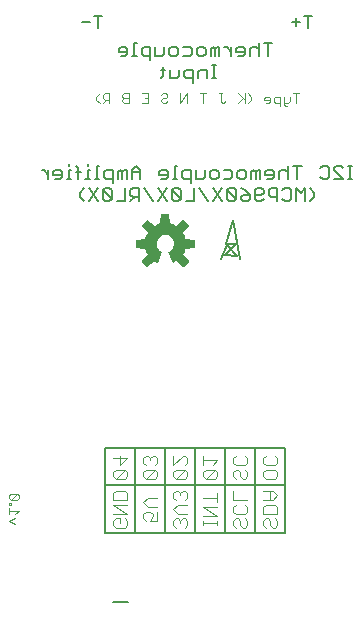
<source format=gbr>
G04 EAGLE Gerber RS-274X export*
G75*
%MOMM*%
%FSLAX34Y34*%
%LPD*%
%INGBO*%
%IPPOS*%
%AMOC8*
5,1,8,0,0,1.08239X$1,22.5*%
G01*
%ADD10C,0.152400*%
%ADD11C,0.101600*%
%ADD12C,0.203200*%
%ADD13C,0.127000*%

G36*
X-9975Y-63250D02*
X-9975Y-63250D01*
X-9919Y-63250D01*
X-9891Y-63235D01*
X-9859Y-63230D01*
X-9800Y-63190D01*
X-9765Y-63172D01*
X-9755Y-63160D01*
X-9739Y-63149D01*
X-5431Y-58841D01*
X-5414Y-58814D01*
X-5390Y-58793D01*
X-5369Y-58741D01*
X-5340Y-58694D01*
X-5337Y-58662D01*
X-5325Y-58632D01*
X-5329Y-58577D01*
X-5323Y-58521D01*
X-5335Y-58491D01*
X-5337Y-58459D01*
X-5371Y-58396D01*
X-5385Y-58359D01*
X-5396Y-58349D01*
X-5405Y-58332D01*
X-10372Y-52241D01*
X-9183Y-49931D01*
X-9176Y-49905D01*
X-9159Y-49873D01*
X-8367Y-47399D01*
X-548Y-46605D01*
X-517Y-46595D01*
X-485Y-46594D01*
X-436Y-46567D01*
X-384Y-46549D01*
X-361Y-46526D01*
X-333Y-46511D01*
X-301Y-46465D01*
X-262Y-46426D01*
X-252Y-46395D01*
X-233Y-46369D01*
X-220Y-46299D01*
X-207Y-46261D01*
X-209Y-46246D01*
X-206Y-46227D01*
X-206Y-40133D01*
X-213Y-40102D01*
X-211Y-40070D01*
X-233Y-40019D01*
X-245Y-39964D01*
X-266Y-39940D01*
X-278Y-39910D01*
X-320Y-39874D01*
X-355Y-39831D01*
X-385Y-39818D01*
X-409Y-39797D01*
X-478Y-39776D01*
X-514Y-39760D01*
X-529Y-39760D01*
X-548Y-39755D01*
X-8367Y-38961D01*
X-9159Y-36487D01*
X-9172Y-36464D01*
X-9183Y-36429D01*
X-10372Y-34119D01*
X-5405Y-28028D01*
X-5391Y-28000D01*
X-5370Y-27976D01*
X-5354Y-27923D01*
X-5329Y-27873D01*
X-5329Y-27841D01*
X-5320Y-27810D01*
X-5330Y-27755D01*
X-5330Y-27699D01*
X-5345Y-27671D01*
X-5350Y-27639D01*
X-5390Y-27580D01*
X-5408Y-27545D01*
X-5420Y-27535D01*
X-5431Y-27519D01*
X-9739Y-23211D01*
X-9766Y-23194D01*
X-9787Y-23170D01*
X-9839Y-23149D01*
X-9886Y-23120D01*
X-9918Y-23117D01*
X-9948Y-23105D01*
X-10003Y-23109D01*
X-10059Y-23103D01*
X-10089Y-23115D01*
X-10121Y-23117D01*
X-10184Y-23151D01*
X-10221Y-23165D01*
X-10231Y-23176D01*
X-10248Y-23185D01*
X-16339Y-28152D01*
X-18649Y-26963D01*
X-18675Y-26956D01*
X-18707Y-26939D01*
X-21181Y-26147D01*
X-21975Y-18328D01*
X-21983Y-18302D01*
X-21984Y-18290D01*
X-21986Y-18287D01*
X-21986Y-18265D01*
X-22013Y-18216D01*
X-22031Y-18164D01*
X-22054Y-18141D01*
X-22069Y-18113D01*
X-22115Y-18081D01*
X-22154Y-18042D01*
X-22185Y-18032D01*
X-22211Y-18013D01*
X-22281Y-18000D01*
X-22319Y-17987D01*
X-22334Y-17989D01*
X-22353Y-17986D01*
X-28447Y-17986D01*
X-28478Y-17993D01*
X-28510Y-17991D01*
X-28561Y-18013D01*
X-28616Y-18025D01*
X-28640Y-18046D01*
X-28670Y-18058D01*
X-28706Y-18100D01*
X-28749Y-18135D01*
X-28762Y-18165D01*
X-28783Y-18189D01*
X-28804Y-18258D01*
X-28820Y-18294D01*
X-28820Y-18309D01*
X-28822Y-18316D01*
X-28823Y-18318D01*
X-28823Y-18319D01*
X-28825Y-18328D01*
X-29619Y-26147D01*
X-32093Y-26939D01*
X-32116Y-26952D01*
X-32151Y-26963D01*
X-34461Y-28152D01*
X-40552Y-23185D01*
X-40580Y-23171D01*
X-40604Y-23150D01*
X-40657Y-23134D01*
X-40707Y-23109D01*
X-40739Y-23109D01*
X-40770Y-23100D01*
X-40825Y-23110D01*
X-40881Y-23110D01*
X-40909Y-23125D01*
X-40941Y-23130D01*
X-41000Y-23170D01*
X-41036Y-23188D01*
X-41045Y-23200D01*
X-41061Y-23211D01*
X-45369Y-27519D01*
X-45386Y-27546D01*
X-45410Y-27567D01*
X-45431Y-27619D01*
X-45460Y-27666D01*
X-45463Y-27698D01*
X-45475Y-27728D01*
X-45472Y-27783D01*
X-45477Y-27839D01*
X-45465Y-27869D01*
X-45463Y-27901D01*
X-45429Y-27964D01*
X-45415Y-28001D01*
X-45404Y-28011D01*
X-45395Y-28028D01*
X-40428Y-34119D01*
X-41617Y-36429D01*
X-41624Y-36455D01*
X-41641Y-36487D01*
X-42433Y-38961D01*
X-50252Y-39755D01*
X-50283Y-39765D01*
X-50315Y-39766D01*
X-50364Y-39793D01*
X-50416Y-39811D01*
X-50439Y-39834D01*
X-50467Y-39849D01*
X-50499Y-39895D01*
X-50538Y-39934D01*
X-50548Y-39965D01*
X-50567Y-39991D01*
X-50580Y-40061D01*
X-50593Y-40099D01*
X-50591Y-40114D01*
X-50594Y-40133D01*
X-50594Y-46227D01*
X-50587Y-46258D01*
X-50589Y-46290D01*
X-50567Y-46341D01*
X-50555Y-46396D01*
X-50534Y-46420D01*
X-50522Y-46450D01*
X-50480Y-46486D01*
X-50445Y-46529D01*
X-50415Y-46542D01*
X-50391Y-46563D01*
X-50322Y-46584D01*
X-50286Y-46600D01*
X-50271Y-46600D01*
X-50252Y-46605D01*
X-42433Y-47399D01*
X-41641Y-49873D01*
X-41628Y-49896D01*
X-41617Y-49931D01*
X-40428Y-52241D01*
X-45395Y-58332D01*
X-45409Y-58360D01*
X-45430Y-58384D01*
X-45446Y-58437D01*
X-45471Y-58487D01*
X-45471Y-58519D01*
X-45480Y-58550D01*
X-45470Y-58605D01*
X-45470Y-58661D01*
X-45455Y-58689D01*
X-45450Y-58721D01*
X-45410Y-58780D01*
X-45392Y-58816D01*
X-45380Y-58825D01*
X-45369Y-58841D01*
X-41061Y-63149D01*
X-41034Y-63166D01*
X-41013Y-63190D01*
X-40961Y-63211D01*
X-40914Y-63240D01*
X-40882Y-63243D01*
X-40852Y-63255D01*
X-40797Y-63252D01*
X-40741Y-63257D01*
X-40711Y-63245D01*
X-40679Y-63243D01*
X-40616Y-63209D01*
X-40579Y-63195D01*
X-40569Y-63184D01*
X-40552Y-63175D01*
X-34461Y-58208D01*
X-32152Y-59398D01*
X-32088Y-59414D01*
X-32025Y-59437D01*
X-32004Y-59435D01*
X-31984Y-59440D01*
X-31919Y-59426D01*
X-31853Y-59419D01*
X-31835Y-59408D01*
X-31815Y-59403D01*
X-31763Y-59362D01*
X-31707Y-59326D01*
X-31694Y-59307D01*
X-31679Y-59295D01*
X-31663Y-59261D01*
X-31627Y-59206D01*
X-28039Y-50544D01*
X-28034Y-50512D01*
X-28020Y-50484D01*
X-28020Y-50428D01*
X-28011Y-50373D01*
X-28020Y-50342D01*
X-28020Y-50311D01*
X-28045Y-50260D01*
X-28061Y-50207D01*
X-28083Y-50184D01*
X-28097Y-50155D01*
X-28153Y-50109D01*
X-28180Y-50081D01*
X-28194Y-50076D01*
X-28209Y-50064D01*
X-29586Y-49319D01*
X-30752Y-48335D01*
X-31692Y-47133D01*
X-32366Y-45765D01*
X-32747Y-44287D01*
X-32819Y-42763D01*
X-32577Y-41257D01*
X-32033Y-39831D01*
X-31209Y-38547D01*
X-30140Y-37458D01*
X-28872Y-36610D01*
X-27457Y-36040D01*
X-25955Y-35770D01*
X-24430Y-35813D01*
X-22946Y-36166D01*
X-21565Y-36816D01*
X-20346Y-37733D01*
X-19340Y-38880D01*
X-18589Y-40209D01*
X-18126Y-41662D01*
X-17969Y-43181D01*
X-18112Y-44630D01*
X-18535Y-46024D01*
X-19221Y-47308D01*
X-20145Y-48434D01*
X-21271Y-49358D01*
X-22589Y-50063D01*
X-22614Y-50084D01*
X-22643Y-50098D01*
X-22678Y-50141D01*
X-22719Y-50177D01*
X-22732Y-50207D01*
X-22752Y-50232D01*
X-22764Y-50286D01*
X-22785Y-50337D01*
X-22783Y-50370D01*
X-22790Y-50402D01*
X-22776Y-50471D01*
X-22773Y-50510D01*
X-22765Y-50524D01*
X-22761Y-50544D01*
X-19173Y-59206D01*
X-19134Y-59260D01*
X-19102Y-59317D01*
X-19085Y-59329D01*
X-19072Y-59346D01*
X-19014Y-59378D01*
X-18959Y-59415D01*
X-18938Y-59418D01*
X-18919Y-59428D01*
X-18853Y-59430D01*
X-18787Y-59439D01*
X-18764Y-59432D01*
X-18746Y-59433D01*
X-18711Y-59416D01*
X-18648Y-59398D01*
X-16339Y-58208D01*
X-10248Y-63175D01*
X-10220Y-63189D01*
X-10196Y-63210D01*
X-10143Y-63226D01*
X-10093Y-63251D01*
X-10061Y-63251D01*
X-10030Y-63260D01*
X-9975Y-63250D01*
G37*
D10*
X132744Y11557D02*
X129016Y11557D01*
X130880Y11557D02*
X130880Y22743D01*
X132744Y22743D02*
X129016Y22743D01*
X124948Y11557D02*
X117491Y11557D01*
X124948Y11557D02*
X117491Y19014D01*
X117491Y20878D01*
X119356Y22743D01*
X123084Y22743D01*
X124948Y20878D01*
X107662Y22743D02*
X105797Y20878D01*
X107662Y22743D02*
X111390Y22743D01*
X113255Y20878D01*
X113255Y13421D01*
X111390Y11557D01*
X107662Y11557D01*
X105797Y13421D01*
X86138Y11557D02*
X86138Y22743D01*
X82410Y22743D02*
X89867Y22743D01*
X78173Y22743D02*
X78173Y11557D01*
X78173Y17150D02*
X76308Y19014D01*
X72580Y19014D01*
X70716Y17150D01*
X70716Y11557D01*
X64614Y11557D02*
X60886Y11557D01*
X64614Y11557D02*
X66479Y13421D01*
X66479Y17150D01*
X64614Y19014D01*
X60886Y19014D01*
X59022Y17150D01*
X59022Y15286D01*
X66479Y15286D01*
X54785Y19014D02*
X54785Y11557D01*
X54785Y19014D02*
X52920Y19014D01*
X51056Y17150D01*
X51056Y11557D01*
X51056Y17150D02*
X49192Y19014D01*
X47328Y17150D01*
X47328Y11557D01*
X41226Y11557D02*
X37498Y11557D01*
X35634Y13421D01*
X35634Y17150D01*
X37498Y19014D01*
X41226Y19014D01*
X43091Y17150D01*
X43091Y13421D01*
X41226Y11557D01*
X29532Y19014D02*
X23940Y19014D01*
X29532Y19014D02*
X31397Y17150D01*
X31397Y13421D01*
X29532Y11557D01*
X23940Y11557D01*
X17839Y11557D02*
X14110Y11557D01*
X12246Y13421D01*
X12246Y17150D01*
X14110Y19014D01*
X17839Y19014D01*
X19703Y17150D01*
X19703Y13421D01*
X17839Y11557D01*
X8009Y13421D02*
X8009Y19014D01*
X8009Y13421D02*
X6145Y11557D01*
X552Y11557D01*
X552Y19014D01*
X-3685Y19014D02*
X-3685Y7829D01*
X-3685Y19014D02*
X-9278Y19014D01*
X-11142Y17150D01*
X-11142Y13421D01*
X-9278Y11557D01*
X-3685Y11557D01*
X-15379Y22743D02*
X-17243Y22743D01*
X-17243Y11557D01*
X-15379Y11557D02*
X-19108Y11557D01*
X-25039Y11557D02*
X-28768Y11557D01*
X-25039Y11557D02*
X-23175Y13421D01*
X-23175Y17150D01*
X-25039Y19014D01*
X-28768Y19014D01*
X-30632Y17150D01*
X-30632Y15286D01*
X-23175Y15286D01*
X-46563Y11557D02*
X-46563Y19014D01*
X-50292Y22743D01*
X-54020Y19014D01*
X-54020Y11557D01*
X-54020Y17150D02*
X-46563Y17150D01*
X-58257Y19014D02*
X-58257Y11557D01*
X-58257Y19014D02*
X-60121Y19014D01*
X-61986Y17150D01*
X-61986Y11557D01*
X-61986Y17150D02*
X-63850Y19014D01*
X-65714Y17150D01*
X-65714Y11557D01*
X-69951Y7829D02*
X-69951Y19014D01*
X-75544Y19014D01*
X-77408Y17150D01*
X-77408Y13421D01*
X-75544Y11557D01*
X-69951Y11557D01*
X-81645Y22743D02*
X-83509Y22743D01*
X-83509Y11557D01*
X-81645Y11557D02*
X-85373Y11557D01*
X-89441Y19014D02*
X-91305Y19014D01*
X-91305Y11557D01*
X-89441Y11557D02*
X-93169Y11557D01*
X-91305Y22743D02*
X-91305Y24607D01*
X-99101Y20878D02*
X-99101Y11557D01*
X-99101Y20878D02*
X-100965Y22743D01*
X-100965Y17150D02*
X-97237Y17150D01*
X-105033Y19014D02*
X-106897Y19014D01*
X-106897Y11557D01*
X-105033Y11557D02*
X-108761Y11557D01*
X-106897Y22743D02*
X-106897Y24607D01*
X-114693Y11557D02*
X-118422Y11557D01*
X-114693Y11557D02*
X-112829Y13421D01*
X-112829Y17150D01*
X-114693Y19014D01*
X-118422Y19014D01*
X-120286Y17150D01*
X-120286Y15286D01*
X-112829Y15286D01*
X-124523Y19014D02*
X-124523Y11557D01*
X-124523Y15286D02*
X-128251Y19014D01*
X-130116Y19014D01*
X96857Y-7493D02*
X100586Y-3765D01*
X100586Y-36D01*
X96857Y3693D01*
X92790Y3693D02*
X92790Y-7493D01*
X89062Y-36D02*
X92790Y3693D01*
X89062Y-36D02*
X85333Y3693D01*
X85333Y-7493D01*
X75503Y3693D02*
X73639Y1828D01*
X75503Y3693D02*
X79232Y3693D01*
X81096Y1828D01*
X81096Y-5629D01*
X79232Y-7493D01*
X75503Y-7493D01*
X73639Y-5629D01*
X69402Y-7493D02*
X69402Y3693D01*
X63809Y3693D01*
X61945Y1828D01*
X61945Y-1900D01*
X63809Y-3765D01*
X69402Y-3765D01*
X57708Y-5629D02*
X55844Y-7493D01*
X52115Y-7493D01*
X50251Y-5629D01*
X50251Y1828D01*
X52115Y3693D01*
X55844Y3693D01*
X57708Y1828D01*
X57708Y-36D01*
X55844Y-1900D01*
X50251Y-1900D01*
X42286Y1828D02*
X38557Y3693D01*
X42286Y1828D02*
X46014Y-1900D01*
X46014Y-5629D01*
X44150Y-7493D01*
X40421Y-7493D01*
X38557Y-5629D01*
X38557Y-3765D01*
X40421Y-1900D01*
X46014Y-1900D01*
X34320Y1828D02*
X34320Y-5629D01*
X34320Y1828D02*
X32456Y3693D01*
X28727Y3693D01*
X26863Y1828D01*
X26863Y-5629D01*
X28727Y-7493D01*
X32456Y-7493D01*
X34320Y-5629D01*
X26863Y1828D01*
X22626Y3693D02*
X15169Y-7493D01*
X22626Y-7493D02*
X15169Y3693D01*
X3475Y3693D02*
X10932Y-7493D01*
X-762Y-7493D02*
X-762Y3693D01*
X-762Y-7493D02*
X-8219Y-7493D01*
X-12456Y-5629D02*
X-12456Y1828D01*
X-14320Y3693D01*
X-18048Y3693D01*
X-19913Y1828D01*
X-19913Y-5629D01*
X-18048Y-7493D01*
X-14320Y-7493D01*
X-12456Y-5629D01*
X-19913Y1828D01*
X-24150Y3693D02*
X-31607Y-7493D01*
X-24150Y-7493D02*
X-31607Y3693D01*
X-43301Y3693D02*
X-35844Y-7493D01*
X-47538Y-7493D02*
X-47538Y3693D01*
X-53130Y3693D01*
X-54995Y1828D01*
X-54995Y-1900D01*
X-53130Y-3765D01*
X-47538Y-3765D01*
X-51266Y-3765D02*
X-54995Y-7493D01*
X-59232Y-7493D02*
X-59232Y3693D01*
X-59232Y-7493D02*
X-66689Y-7493D01*
X-70926Y-5629D02*
X-70926Y1828D01*
X-72790Y3693D01*
X-76518Y3693D01*
X-78383Y1828D01*
X-78383Y-5629D01*
X-76518Y-7493D01*
X-72790Y-7493D01*
X-70926Y-5629D01*
X-78383Y1828D01*
X-82620Y3693D02*
X-90077Y-7493D01*
X-82620Y-7493D02*
X-90077Y3693D01*
X-98042Y-3765D02*
X-94314Y-7493D01*
X-98042Y-3765D02*
X-98042Y-36D01*
X-94314Y3693D01*
D11*
X85450Y76073D02*
X85450Y83954D01*
X88077Y83954D02*
X82823Y83954D01*
X79891Y81327D02*
X79891Y77386D01*
X78578Y76073D01*
X74638Y76073D01*
X74638Y74760D02*
X74638Y81327D01*
X74638Y74760D02*
X75951Y73446D01*
X77264Y73446D01*
X71706Y73446D02*
X71706Y81327D01*
X67765Y81327D01*
X66452Y80013D01*
X66452Y77386D01*
X67765Y76073D01*
X71706Y76073D01*
X62206Y76073D02*
X59579Y76073D01*
X62206Y76073D02*
X63520Y77386D01*
X63520Y80013D01*
X62206Y81327D01*
X59579Y81327D01*
X58266Y80013D01*
X58266Y78700D01*
X63520Y78700D01*
X47148Y78700D02*
X44521Y76073D01*
X47148Y78700D02*
X47148Y81327D01*
X44521Y83954D01*
X41691Y83954D02*
X41691Y76073D01*
X41691Y78700D02*
X36437Y83954D01*
X40378Y80013D02*
X36437Y76073D01*
X25320Y77386D02*
X24006Y76073D01*
X22693Y76073D01*
X21379Y77386D01*
X21379Y83954D01*
X20066Y83954D02*
X22693Y83954D01*
X6321Y83954D02*
X6321Y76073D01*
X8948Y83954D02*
X3694Y83954D01*
X-7424Y83954D02*
X-7424Y76073D01*
X-12677Y76073D02*
X-7424Y83954D01*
X-12677Y83954D02*
X-12677Y76073D01*
X-27736Y83954D02*
X-29049Y82640D01*
X-27736Y83954D02*
X-25109Y83954D01*
X-23795Y82640D01*
X-23795Y81327D01*
X-25109Y80013D01*
X-27736Y80013D01*
X-29049Y78700D01*
X-29049Y77386D01*
X-27736Y76073D01*
X-25109Y76073D01*
X-23795Y77386D01*
X-40167Y83954D02*
X-45421Y83954D01*
X-40167Y83954D02*
X-40167Y76073D01*
X-45421Y76073D01*
X-42794Y80013D02*
X-40167Y80013D01*
X-56538Y76073D02*
X-56538Y83954D01*
X-60479Y83954D01*
X-61792Y82640D01*
X-61792Y81327D01*
X-60479Y80013D01*
X-61792Y78700D01*
X-61792Y77386D01*
X-60479Y76073D01*
X-56538Y76073D01*
X-56538Y80013D02*
X-60479Y80013D01*
X-72910Y76073D02*
X-72910Y83954D01*
X-76850Y83954D01*
X-78164Y82640D01*
X-78164Y80013D01*
X-76850Y78700D01*
X-72910Y78700D01*
X-75537Y78700D02*
X-78164Y76073D01*
X-81096Y76073D02*
X-83723Y78700D01*
X-83723Y81327D01*
X-81096Y83954D01*
D10*
X61480Y115697D02*
X61480Y126883D01*
X65208Y126883D02*
X57751Y126883D01*
X53515Y126883D02*
X53515Y115697D01*
X53515Y121290D02*
X51650Y123154D01*
X47922Y123154D01*
X46057Y121290D01*
X46057Y115697D01*
X39956Y115697D02*
X36228Y115697D01*
X39956Y115697D02*
X41821Y117561D01*
X41821Y121290D01*
X39956Y123154D01*
X36228Y123154D01*
X34364Y121290D01*
X34364Y119426D01*
X41821Y119426D01*
X30127Y123154D02*
X30127Y115697D01*
X30127Y119426D02*
X26398Y123154D01*
X24534Y123154D01*
X20382Y123154D02*
X20382Y115697D01*
X20382Y123154D02*
X18517Y123154D01*
X16653Y121290D01*
X16653Y115697D01*
X16653Y121290D02*
X14789Y123154D01*
X12925Y121290D01*
X12925Y115697D01*
X6823Y115697D02*
X3095Y115697D01*
X1231Y117561D01*
X1231Y121290D01*
X3095Y123154D01*
X6823Y123154D01*
X8688Y121290D01*
X8688Y117561D01*
X6823Y115697D01*
X-4871Y123154D02*
X-10463Y123154D01*
X-4871Y123154D02*
X-3006Y121290D01*
X-3006Y117561D01*
X-4871Y115697D01*
X-10463Y115697D01*
X-16565Y115697D02*
X-20293Y115697D01*
X-22157Y117561D01*
X-22157Y121290D01*
X-20293Y123154D01*
X-16565Y123154D01*
X-14700Y121290D01*
X-14700Y117561D01*
X-16565Y115697D01*
X-26394Y117561D02*
X-26394Y123154D01*
X-26394Y117561D02*
X-28259Y115697D01*
X-33851Y115697D01*
X-33851Y123154D01*
X-38088Y123154D02*
X-38088Y111969D01*
X-38088Y123154D02*
X-43681Y123154D01*
X-45545Y121290D01*
X-45545Y117561D01*
X-43681Y115697D01*
X-38088Y115697D01*
X-49782Y126883D02*
X-51646Y126883D01*
X-51646Y115697D01*
X-49782Y115697D02*
X-53511Y115697D01*
X-59442Y115697D02*
X-63171Y115697D01*
X-59442Y115697D02*
X-57578Y117561D01*
X-57578Y121290D01*
X-59442Y123154D01*
X-63171Y123154D01*
X-65035Y121290D01*
X-65035Y119426D01*
X-57578Y119426D01*
X13730Y96647D02*
X17458Y96647D01*
X15594Y96647D02*
X15594Y107833D01*
X17458Y107833D02*
X13730Y107833D01*
X9662Y104104D02*
X9662Y96647D01*
X9662Y104104D02*
X4069Y104104D01*
X2205Y102240D01*
X2205Y96647D01*
X-2032Y92919D02*
X-2032Y104104D01*
X-7625Y104104D01*
X-9489Y102240D01*
X-9489Y98511D01*
X-7625Y96647D01*
X-2032Y96647D01*
X-13726Y98511D02*
X-13726Y104104D01*
X-13726Y98511D02*
X-15590Y96647D01*
X-21183Y96647D01*
X-21183Y104104D01*
X-27284Y105968D02*
X-27284Y98511D01*
X-29148Y96647D01*
X-29148Y104104D02*
X-25420Y104104D01*
D11*
X-157607Y-277890D02*
X-152353Y-280517D01*
X-152353Y-275263D02*
X-157607Y-277890D01*
X-152353Y-272331D02*
X-149726Y-269704D01*
X-157607Y-269704D01*
X-157607Y-267078D02*
X-157607Y-272331D01*
X-157607Y-264146D02*
X-156294Y-264146D01*
X-156294Y-262832D01*
X-157607Y-262832D01*
X-157607Y-264146D01*
X-156294Y-260053D02*
X-151040Y-260053D01*
X-149726Y-258739D01*
X-149726Y-256112D01*
X-151040Y-254799D01*
X-156294Y-254799D01*
X-157607Y-256112D01*
X-157607Y-258739D01*
X-156294Y-260053D01*
X-151040Y-254799D01*
X69352Y-240377D02*
X69352Y-236479D01*
X69352Y-240377D02*
X67403Y-242326D01*
X59607Y-242326D01*
X57658Y-240377D01*
X57658Y-236479D01*
X59607Y-234530D01*
X67403Y-234530D01*
X69352Y-236479D01*
X69352Y-224785D02*
X67403Y-222836D01*
X69352Y-224785D02*
X69352Y-228683D01*
X67403Y-230632D01*
X59607Y-230632D01*
X57658Y-228683D01*
X57658Y-224785D01*
X59607Y-222836D01*
X43952Y-236479D02*
X42003Y-234530D01*
X43952Y-236479D02*
X43952Y-240377D01*
X42003Y-242326D01*
X40054Y-242326D01*
X38105Y-240377D01*
X38105Y-236479D01*
X36156Y-234530D01*
X34207Y-234530D01*
X32258Y-236479D01*
X32258Y-240377D01*
X34207Y-242326D01*
X43952Y-224785D02*
X42003Y-222836D01*
X43952Y-224785D02*
X43952Y-228683D01*
X42003Y-230632D01*
X34207Y-230632D01*
X32258Y-228683D01*
X32258Y-224785D01*
X34207Y-222836D01*
X16603Y-242326D02*
X8807Y-242326D01*
X16603Y-242326D02*
X18552Y-240377D01*
X18552Y-236479D01*
X16603Y-234530D01*
X8807Y-234530D01*
X6858Y-236479D01*
X6858Y-240377D01*
X8807Y-242326D01*
X16603Y-234530D01*
X14654Y-230632D02*
X18552Y-226734D01*
X6858Y-226734D01*
X6858Y-230632D02*
X6858Y-222836D01*
X-8797Y-242326D02*
X-16593Y-242326D01*
X-8797Y-242326D02*
X-6848Y-240377D01*
X-6848Y-236479D01*
X-8797Y-234530D01*
X-16593Y-234530D01*
X-18542Y-236479D01*
X-18542Y-240377D01*
X-16593Y-242326D01*
X-8797Y-234530D01*
X-18542Y-230632D02*
X-18542Y-222836D01*
X-18542Y-230632D02*
X-10746Y-222836D01*
X-8797Y-222836D01*
X-6848Y-224785D01*
X-6848Y-228683D01*
X-8797Y-230632D01*
X-34197Y-242326D02*
X-41993Y-242326D01*
X-34197Y-242326D02*
X-32248Y-240377D01*
X-32248Y-236479D01*
X-34197Y-234530D01*
X-41993Y-234530D01*
X-43942Y-236479D01*
X-43942Y-240377D01*
X-41993Y-242326D01*
X-34197Y-234530D01*
X-34197Y-230632D02*
X-32248Y-228683D01*
X-32248Y-224785D01*
X-34197Y-222836D01*
X-36146Y-222836D01*
X-38095Y-224785D01*
X-38095Y-226734D01*
X-38095Y-224785D02*
X-40044Y-222836D01*
X-41993Y-222836D01*
X-43942Y-224785D01*
X-43942Y-228683D01*
X-41993Y-230632D01*
X-59597Y-242326D02*
X-67393Y-242326D01*
X-59597Y-242326D02*
X-57648Y-240377D01*
X-57648Y-236479D01*
X-59597Y-234530D01*
X-67393Y-234530D01*
X-69342Y-236479D01*
X-69342Y-240377D01*
X-67393Y-242326D01*
X-59597Y-234530D01*
X-57648Y-224785D02*
X-69342Y-224785D01*
X-63495Y-230632D02*
X-57648Y-224785D01*
X-63495Y-222836D02*
X-63495Y-230632D01*
X67403Y-275937D02*
X69352Y-277886D01*
X69352Y-281784D01*
X67403Y-283733D01*
X65454Y-283733D01*
X63505Y-281784D01*
X63505Y-277886D01*
X61556Y-275937D01*
X59607Y-275937D01*
X57658Y-277886D01*
X57658Y-281784D01*
X59607Y-283733D01*
X57658Y-272039D02*
X69352Y-272039D01*
X57658Y-272039D02*
X57658Y-266192D01*
X59607Y-264243D01*
X67403Y-264243D01*
X69352Y-266192D01*
X69352Y-272039D01*
X65454Y-260345D02*
X57658Y-260345D01*
X65454Y-260345D02*
X69352Y-256447D01*
X65454Y-252549D01*
X57658Y-252549D01*
X63505Y-252549D02*
X63505Y-260345D01*
X43952Y-277886D02*
X42003Y-275937D01*
X43952Y-277886D02*
X43952Y-281784D01*
X42003Y-283733D01*
X40054Y-283733D01*
X38105Y-281784D01*
X38105Y-277886D01*
X36156Y-275937D01*
X34207Y-275937D01*
X32258Y-277886D01*
X32258Y-281784D01*
X34207Y-283733D01*
X43952Y-266192D02*
X42003Y-264243D01*
X43952Y-266192D02*
X43952Y-270090D01*
X42003Y-272039D01*
X34207Y-272039D01*
X32258Y-270090D01*
X32258Y-266192D01*
X34207Y-264243D01*
X32258Y-260345D02*
X43952Y-260345D01*
X32258Y-260345D02*
X32258Y-252549D01*
X6858Y-277886D02*
X6858Y-281784D01*
X6858Y-279835D02*
X18552Y-279835D01*
X18552Y-281784D02*
X18552Y-277886D01*
X18552Y-273988D02*
X6858Y-273988D01*
X6858Y-266192D02*
X18552Y-273988D01*
X18552Y-266192D02*
X6858Y-266192D01*
X6858Y-258396D02*
X18552Y-258396D01*
X18552Y-262294D02*
X18552Y-254498D01*
X-6848Y-281784D02*
X-8797Y-283733D01*
X-6848Y-281784D02*
X-6848Y-277886D01*
X-8797Y-275937D01*
X-10746Y-275937D01*
X-12695Y-277886D01*
X-12695Y-279835D01*
X-12695Y-277886D02*
X-14644Y-275937D01*
X-16593Y-275937D01*
X-18542Y-277886D01*
X-18542Y-281784D01*
X-16593Y-283733D01*
X-14644Y-272039D02*
X-6848Y-272039D01*
X-14644Y-272039D02*
X-18542Y-268141D01*
X-14644Y-264243D01*
X-6848Y-264243D01*
X-8797Y-260345D02*
X-6848Y-258396D01*
X-6848Y-254498D01*
X-8797Y-252549D01*
X-10746Y-252549D01*
X-12695Y-254498D01*
X-12695Y-256447D01*
X-12695Y-254498D02*
X-14644Y-252549D01*
X-16593Y-252549D01*
X-18542Y-254498D01*
X-18542Y-258396D01*
X-16593Y-260345D01*
X-32248Y-270090D02*
X-32248Y-277886D01*
X-38095Y-277886D01*
X-36146Y-273988D01*
X-36146Y-272039D01*
X-38095Y-270090D01*
X-41993Y-270090D01*
X-43942Y-272039D01*
X-43942Y-275937D01*
X-41993Y-277886D01*
X-40044Y-266192D02*
X-32248Y-266192D01*
X-40044Y-266192D02*
X-43942Y-262294D01*
X-40044Y-258396D01*
X-32248Y-258396D01*
X-57648Y-277886D02*
X-59597Y-275937D01*
X-57648Y-277886D02*
X-57648Y-281784D01*
X-59597Y-283733D01*
X-67393Y-283733D01*
X-69342Y-281784D01*
X-69342Y-277886D01*
X-67393Y-275937D01*
X-63495Y-275937D01*
X-63495Y-279835D01*
X-69342Y-272039D02*
X-57648Y-272039D01*
X-69342Y-264243D01*
X-57648Y-264243D01*
X-57648Y-260345D02*
X-69342Y-260345D01*
X-69342Y-254498D01*
X-67393Y-252549D01*
X-59597Y-252549D01*
X-57648Y-254498D01*
X-57648Y-260345D01*
D10*
X-76200Y-247650D02*
X76200Y-247650D01*
X50800Y-215900D02*
X50800Y-288290D01*
X25400Y-288290D02*
X25400Y-215900D01*
X0Y-215900D02*
X0Y-288290D01*
X-25400Y-288290D02*
X-25400Y-215900D01*
X-50800Y-215900D02*
X-50800Y-288290D01*
X-76200Y-288290D02*
X-76200Y-215900D01*
X-76200Y-288290D02*
X76200Y-288290D01*
X76200Y-215900D01*
X-76200Y-215900D01*
D12*
X38100Y-55880D02*
X31750Y-22860D01*
X25908Y-43180D01*
X34290Y-43942D01*
X25146Y-53086D01*
X35306Y-53848D01*
X26416Y-44704D01*
X21590Y-55880D01*
D13*
X-82400Y139700D02*
X-82400Y149869D01*
X-79010Y149869D02*
X-85790Y149869D01*
X-89535Y144784D02*
X-96314Y144784D01*
X95400Y139700D02*
X95400Y149869D01*
X98790Y149869D02*
X92010Y149869D01*
X88265Y144784D02*
X81486Y144784D01*
X84875Y141395D02*
X84875Y148174D01*
D12*
X-57150Y-346710D02*
X-69850Y-346710D01*
M02*

</source>
